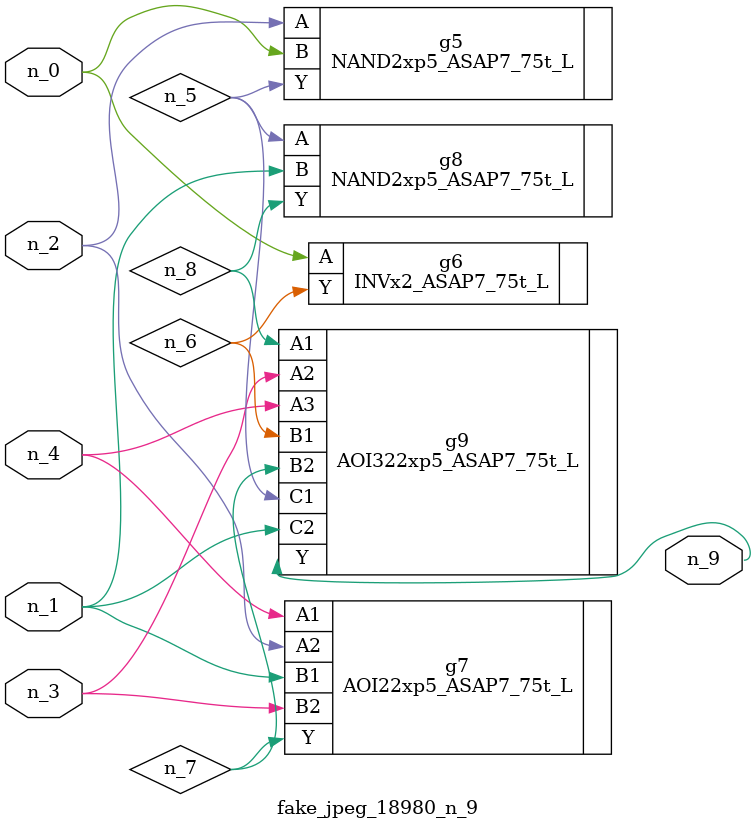
<source format=v>
module fake_jpeg_18980_n_9 (n_3, n_2, n_1, n_0, n_4, n_9);

input n_3;
input n_2;
input n_1;
input n_0;
input n_4;

output n_9;

wire n_8;
wire n_6;
wire n_5;
wire n_7;

NAND2xp5_ASAP7_75t_L g5 ( 
.A(n_2),
.B(n_0),
.Y(n_5)
);

INVx2_ASAP7_75t_L g6 ( 
.A(n_0),
.Y(n_6)
);

AOI22xp5_ASAP7_75t_L g7 ( 
.A1(n_4),
.A2(n_2),
.B1(n_1),
.B2(n_3),
.Y(n_7)
);

NAND2xp5_ASAP7_75t_L g8 ( 
.A(n_5),
.B(n_1),
.Y(n_8)
);

AOI322xp5_ASAP7_75t_L g9 ( 
.A1(n_8),
.A2(n_3),
.A3(n_4),
.B1(n_6),
.B2(n_7),
.C1(n_5),
.C2(n_1),
.Y(n_9)
);


endmodule
</source>
